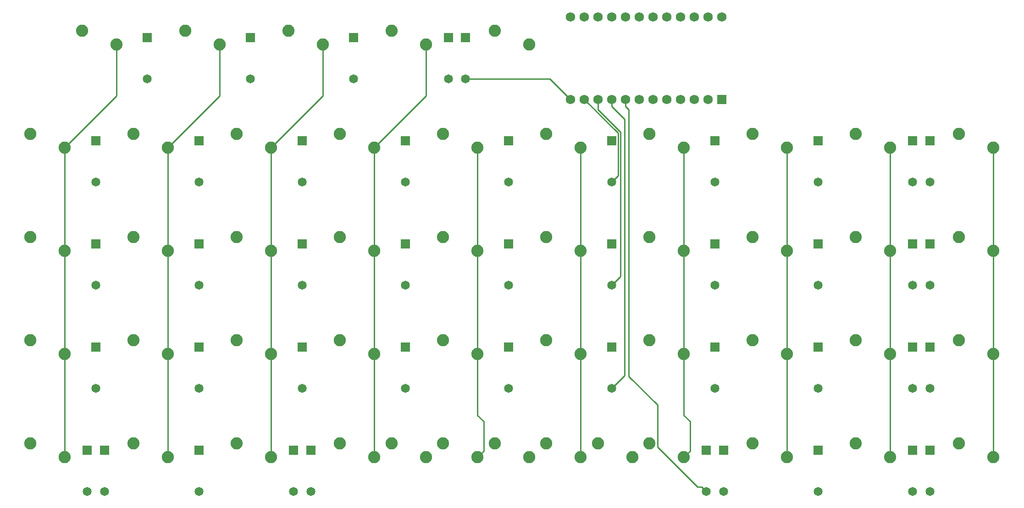
<source format=gbl>
G04 #@! TF.GenerationSoftware,KiCad,Pcbnew,(5.1.4)-1*
G04 #@! TF.CreationDate,2021-08-29T21:23:07-10:00*
G04 #@! TF.ProjectId,oya45,6f796134-352e-46b6-9963-61645f706362,rev?*
G04 #@! TF.SameCoordinates,Original*
G04 #@! TF.FileFunction,Copper,L2,Bot*
G04 #@! TF.FilePolarity,Positive*
%FSLAX46Y46*%
G04 Gerber Fmt 4.6, Leading zero omitted, Abs format (unit mm)*
G04 Created by KiCad (PCBNEW (5.1.4)-1) date 2021-08-29 21:23:07*
%MOMM*%
%LPD*%
G04 APERTURE LIST*
%ADD10C,2.250000*%
%ADD11R,1.752600X1.752600*%
%ADD12C,1.752600*%
%ADD13R,1.651000X1.651000*%
%ADD14C,1.651000*%
%ADD15C,0.254000*%
G04 APERTURE END LIST*
D10*
X140335000Y-33020000D03*
X146685000Y-35560000D03*
D11*
X182245000Y-45720000D03*
D12*
X179705000Y-45720000D03*
X177165000Y-45720000D03*
X174625000Y-45720000D03*
X172085000Y-45720000D03*
X169545000Y-45720000D03*
X167005000Y-45720000D03*
X164465000Y-45720000D03*
X161925000Y-45720000D03*
X159385000Y-45720000D03*
X156845000Y-45720000D03*
X154305000Y-30480000D03*
X156845000Y-30480000D03*
X159385000Y-30480000D03*
X161925000Y-30480000D03*
X164465000Y-30480000D03*
X167005000Y-30480000D03*
X169545000Y-30480000D03*
X172085000Y-30480000D03*
X174625000Y-30480000D03*
X177165000Y-30480000D03*
X179705000Y-30480000D03*
X154305000Y-45720000D03*
X182245000Y-30480000D03*
D10*
X159385000Y-109220000D03*
X165735000Y-111760000D03*
X121285000Y-109220000D03*
X127635000Y-111760000D03*
X146685000Y-111760000D03*
X140335000Y-109220000D03*
X121285000Y-33020000D03*
X127635000Y-35560000D03*
X102235000Y-33020000D03*
X108585000Y-35560000D03*
X83185000Y-33020000D03*
X89535000Y-35560000D03*
X64135000Y-33020000D03*
X70485000Y-35560000D03*
X226060000Y-109220000D03*
X232410000Y-111760000D03*
X207010000Y-109220000D03*
X213360000Y-111760000D03*
X187960000Y-109220000D03*
X194310000Y-111760000D03*
X168910000Y-109220000D03*
X175260000Y-111760000D03*
X149860000Y-109220000D03*
X156210000Y-111760000D03*
X130810000Y-109220000D03*
X137160000Y-111760000D03*
X111760000Y-109220000D03*
X118110000Y-111760000D03*
X92710000Y-109220000D03*
X99060000Y-111760000D03*
X73660000Y-109220000D03*
X80010000Y-111760000D03*
X54610000Y-109220000D03*
X60960000Y-111760000D03*
X226060000Y-90170000D03*
X232410000Y-92710000D03*
X207010000Y-90170000D03*
X213360000Y-92710000D03*
X187960000Y-90170000D03*
X194310000Y-92710000D03*
X168910000Y-90170000D03*
X175260000Y-92710000D03*
X149860000Y-90170000D03*
X156210000Y-92710000D03*
X130810000Y-90170000D03*
X137160000Y-92710000D03*
X111760000Y-90170000D03*
X118110000Y-92710000D03*
X92710000Y-90170000D03*
X99060000Y-92710000D03*
X73660000Y-90170000D03*
X80010000Y-92710000D03*
X54610000Y-90170000D03*
X60960000Y-92710000D03*
X226060000Y-71120000D03*
X232410000Y-73660000D03*
X207010000Y-71120000D03*
X213360000Y-73660000D03*
X187960000Y-71120000D03*
X194310000Y-73660000D03*
X168910000Y-71120000D03*
X175260000Y-73660000D03*
X149860000Y-71120000D03*
X156210000Y-73660000D03*
X130810000Y-71120000D03*
X137160000Y-73660000D03*
X111760000Y-71120000D03*
X118110000Y-73660000D03*
X92710000Y-71120000D03*
X99060000Y-73660000D03*
X73660000Y-71120000D03*
X80010000Y-73660000D03*
X54610000Y-71120000D03*
X60960000Y-73660000D03*
X226060000Y-52070000D03*
X232410000Y-54610000D03*
X207010000Y-52070000D03*
X213360000Y-54610000D03*
X187960000Y-52070000D03*
X194310000Y-54610000D03*
X168910000Y-52070000D03*
X175260000Y-54610000D03*
X149860000Y-52070000D03*
X156210000Y-54610000D03*
X130810000Y-52070000D03*
X137160000Y-54610000D03*
X111760000Y-52070000D03*
X118110000Y-54610000D03*
X92710000Y-52070000D03*
X99060000Y-54610000D03*
X73660000Y-52070000D03*
X80010000Y-54610000D03*
X54610000Y-52070000D03*
X60960000Y-54610000D03*
D13*
X134937500Y-34290000D03*
D14*
X134937500Y-41910000D03*
D13*
X131762500Y-34290000D03*
D14*
X131762500Y-41910000D03*
D13*
X114300000Y-34290000D03*
D14*
X114300000Y-41910000D03*
D13*
X95250000Y-34290000D03*
D14*
X95250000Y-41910000D03*
D13*
X76200000Y-34290000D03*
D14*
X76200000Y-41910000D03*
D13*
X220662500Y-110490000D03*
D14*
X220662500Y-118110000D03*
D13*
X217487500Y-110490000D03*
D14*
X217487500Y-118110000D03*
D13*
X200025000Y-110490000D03*
D14*
X200025000Y-118110000D03*
D13*
X182562500Y-110490000D03*
D14*
X182562500Y-118110000D03*
D13*
X179387500Y-110490000D03*
D14*
X179387500Y-118110000D03*
D13*
X106362500Y-110490000D03*
D14*
X106362500Y-118110000D03*
D13*
X103187500Y-110490000D03*
D14*
X103187500Y-118110000D03*
D13*
X85725000Y-110490000D03*
D14*
X85725000Y-118110000D03*
D13*
X68262500Y-110490000D03*
D14*
X68262500Y-118110000D03*
D13*
X65087500Y-110490000D03*
D14*
X65087500Y-118110000D03*
D13*
X220662500Y-91440000D03*
D14*
X220662500Y-99060000D03*
D13*
X217487500Y-91440000D03*
D14*
X217487500Y-99060000D03*
D13*
X200025000Y-91440000D03*
D14*
X200025000Y-99060000D03*
D13*
X180975000Y-91440000D03*
D14*
X180975000Y-99060000D03*
D13*
X161925000Y-91440000D03*
D14*
X161925000Y-99060000D03*
D13*
X142875000Y-91440000D03*
D14*
X142875000Y-99060000D03*
D13*
X123825000Y-91440000D03*
D14*
X123825000Y-99060000D03*
D13*
X104775000Y-91440000D03*
D14*
X104775000Y-99060000D03*
D13*
X85725000Y-91440000D03*
D14*
X85725000Y-99060000D03*
D13*
X66675000Y-91440000D03*
D14*
X66675000Y-99060000D03*
D13*
X220662500Y-72390000D03*
D14*
X220662500Y-80010000D03*
D13*
X217487500Y-72390000D03*
D14*
X217487500Y-80010000D03*
D13*
X200025000Y-72390000D03*
D14*
X200025000Y-80010000D03*
D13*
X180975000Y-72390000D03*
D14*
X180975000Y-80010000D03*
D13*
X161925000Y-72390000D03*
D14*
X161925000Y-80010000D03*
D13*
X142875000Y-72390000D03*
D14*
X142875000Y-80010000D03*
D13*
X123825000Y-72390000D03*
D14*
X123825000Y-80010000D03*
D13*
X104775000Y-72390000D03*
D14*
X104775000Y-80010000D03*
D13*
X85725000Y-72390000D03*
D14*
X85725000Y-80010000D03*
D13*
X66675000Y-72390000D03*
D14*
X66675000Y-80010000D03*
D13*
X220662500Y-53340000D03*
D14*
X220662500Y-60960000D03*
D13*
X217487500Y-53340000D03*
D14*
X217487500Y-60960000D03*
D13*
X200025000Y-53340000D03*
D14*
X200025000Y-60960000D03*
D13*
X180975000Y-53340000D03*
D14*
X180975000Y-60960000D03*
D13*
X161925000Y-53340000D03*
D14*
X161925000Y-60960000D03*
D13*
X142875000Y-53340000D03*
D14*
X142875000Y-60960000D03*
D13*
X123825000Y-53340000D03*
D14*
X123825000Y-60960000D03*
D13*
X104775000Y-53340000D03*
D14*
X104775000Y-60960000D03*
X85725000Y-60960000D03*
D13*
X85725000Y-53340000D03*
X66675000Y-53340000D03*
D14*
X66675000Y-60960000D03*
D15*
X161925000Y-60960000D02*
X163077501Y-59807499D01*
X163077501Y-51952501D02*
X163077501Y-59807499D01*
X156845000Y-45720000D02*
X163077501Y-51952501D01*
X161925000Y-80010000D02*
X163531511Y-78403489D01*
X163531511Y-78403489D02*
X163531511Y-51764444D01*
X159385000Y-47617933D02*
X163531511Y-51764444D01*
X159385000Y-45720000D02*
X159385000Y-47617933D01*
X164306250Y-96678750D02*
X161925000Y-99060000D01*
X164306250Y-49340525D02*
X164306250Y-96678750D01*
X161925000Y-46959275D02*
X164306250Y-49340525D01*
X161925000Y-45720000D02*
X161925000Y-46959275D01*
X177735539Y-117284501D02*
X178562001Y-117284501D01*
X164465000Y-45720000D02*
X164465000Y-46959275D01*
X178562001Y-117284501D02*
X179387500Y-118110000D01*
X164465000Y-46959275D02*
X165100000Y-47594275D01*
X165100000Y-47594275D02*
X165100000Y-96837500D01*
X165100000Y-96837500D02*
X170362001Y-102099501D01*
X170362001Y-102099501D02*
X170362001Y-109910963D01*
X170362001Y-109910963D02*
X177735539Y-117284501D01*
X70485000Y-45085000D02*
X60960000Y-54610000D01*
X70485000Y-35560000D02*
X70485000Y-45085000D01*
X60960000Y-54610000D02*
X60960000Y-92710000D01*
X60960000Y-92710000D02*
X60960000Y-111760000D01*
X89535000Y-45085000D02*
X80010000Y-54610000D01*
X80010000Y-54610000D02*
X80010000Y-111760000D01*
X89535000Y-35560000D02*
X89535000Y-45085000D01*
X108585000Y-45085000D02*
X99060000Y-54610000D01*
X108585000Y-35560000D02*
X108585000Y-45085000D01*
X99060000Y-54610000D02*
X99060000Y-111760000D01*
X150495000Y-41910000D02*
X154305000Y-45720000D01*
X134937500Y-41910000D02*
X150495000Y-41910000D01*
X127635000Y-45085000D02*
X118110000Y-54610000D01*
X127635000Y-35560000D02*
X127635000Y-45085000D01*
X118110000Y-54610000D02*
X118110000Y-111760000D01*
X138284999Y-110635001D02*
X137160000Y-111760000D01*
X138284999Y-105163815D02*
X138284999Y-110635001D01*
X137160000Y-104038816D02*
X138284999Y-105163815D01*
X137160000Y-54610000D02*
X137160000Y-104038816D01*
X156210000Y-54610000D02*
X156210000Y-111760000D01*
X176384999Y-110635001D02*
X175260000Y-111760000D01*
X176384999Y-105163815D02*
X176384999Y-110635001D01*
X175260000Y-104038816D02*
X176384999Y-105163815D01*
X175260000Y-54610000D02*
X175260000Y-104038816D01*
X194310000Y-54610000D02*
X194310000Y-111760000D01*
X213360000Y-54610000D02*
X213360000Y-111760000D01*
X232410000Y-54610000D02*
X232410000Y-111760000D01*
M02*

</source>
